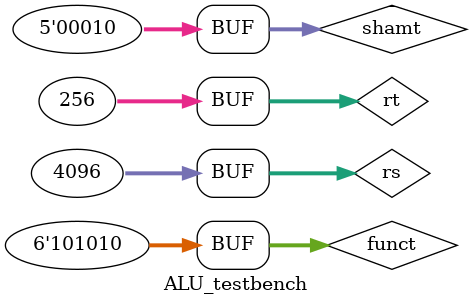
<source format=v>
module ALU_testbench;
	// Inputs
	reg [5:0] funct;
	reg [31:0] rs;
	reg [31:0] rt;
	reg [4:0] shamt;
	// Outputs
	wire carryout,zero,overflow;
	wire [31:0] result;

	ALUModul tester(	.Funct(funct),.Shamt(shamt),.Rs(rs),
	.Rt(rt),.Result(result),.carryOut(carryout),.Zero(zero),.overFlow(overflow));

	initial begin
		funct = 0;
		rs = 0;
		rt = 0;
		shamt = 0;
		#100
        
		//add
		funct = 6'b100000;
		rs = 32'hffffffff;
		rt = 32'h0000000f;
		shamt = 0;
		#100;
		
		//sub
		funct = 6'b100010;
		rs = 11068;
		rt = 15786;
		shamt = 0;
		#100;
		
		//and
		funct = 6'b100100;
		rs = 110234;
		rt = 104567;
		shamt = 0;
		#100;
		
		//or
		funct = 6'b100101;
		rs = 11024;
		rt = 10234;
		shamt = 0;
		#100;				
		
		//sra
		funct = 6'b000011;
		rs = 32'b10000000000000000000000000000000;
		rt = 1023;
		shamt = 5'd5;
		#100;		
			
		//sra
		funct = 6'b000011;
		rs = -32'd6;
		rt = -32'd6;
		shamt = 5'd4;
		#100;
		
		//srl
		funct = 6'b000010;
		rs = 1104345;
		rt = 106756;
		shamt = 1;
		#100;
		
		//sll
		funct = 6'b000000;
		rs = 32'b001110;
		rt = 1045747;
		shamt = 2;
		#100;
		
		//sllv
		funct = 6'b000100;
		rs = 32'b0011000;
		rt = 10456;
		shamt = 2;
		#100;	
		
		//slt
		funct = 6'b101010;
		rs = -4;
		rt = 4;
		shamt = 2;
		#100;
		
		//slt
		funct = 6'b101010;
		rs = 32'h00000005;
		rt = 32'h11111111;
		shamt = 2;
		#100;
		
		//slt
		funct = 6'b101010;
		rs = 32'h00001000;
		rt = 32'h00000100;
		shamt = 2;
		#100;
	end
      
endmodule

</source>
